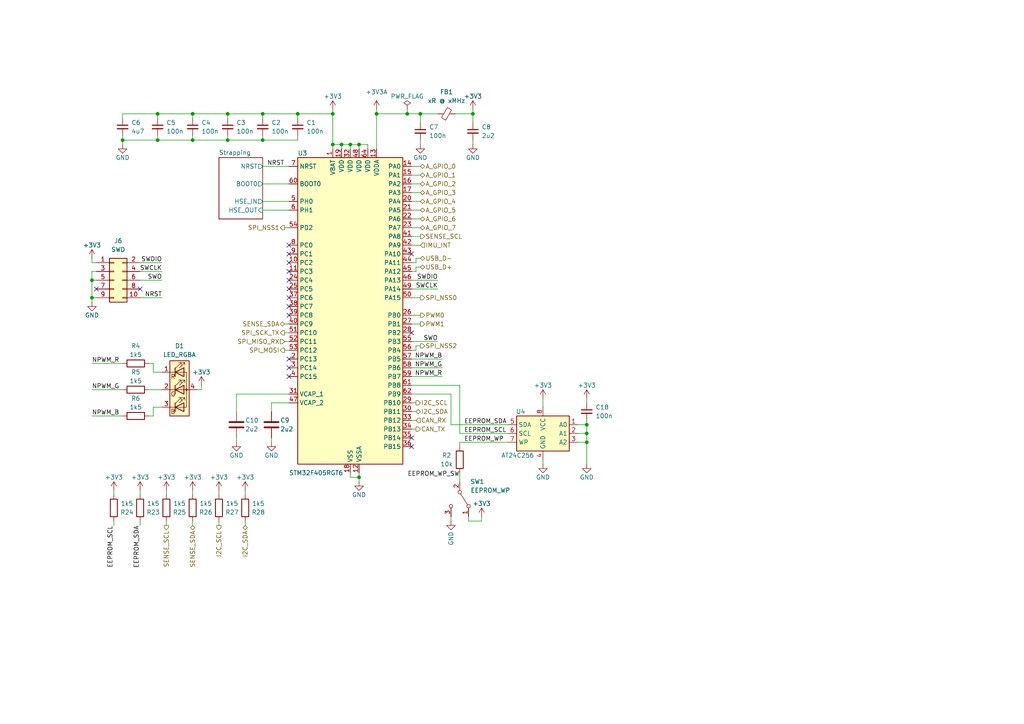
<source format=kicad_sch>
(kicad_sch (version 20230121) (generator eeschema)
  (paper "A4")
  (title_block (title "STM32-DevBoard") (date "2023-08-20") (rev "R0") (company "s-grundner"))
  (lib_symbols
    (symbol "Connector_Generic:Conn_02x05_Odd_Even" (pin_names (offset 1.016) hide)
      (property "Reference" "J" (at 1.27 7.62 0))
      (property "Value" "Conn_02x05_Odd_Even" (at 1.27 -7.62 0))
      (symbol "Conn_02x05_Odd_Even_1_1"
        (rectangle (start -1.27 -4.953) (end 0 -5.207) (stroke (width 0.1524)))
        (rectangle (start -1.27 -2.413) (end 0 -2.667) (stroke (width 0.1524)))
        (rectangle (start -1.27 0.127) (end 0 -0.127) (stroke (width 0.1524)))
        (rectangle (start -1.27 2.667) (end 0 2.413) (stroke (width 0.1524)))
        (rectangle (start -1.27 5.207) (end 0 4.953) (stroke (width 0.1524)))
        (rectangle (start -1.27 6.35) (end 3.81 -6.35) (stroke (width 0.254)) (fill (type background)))
        (rectangle (start 3.81 -4.953) (end 2.54 -5.207) (stroke (width 0.1524)))
        (rectangle (start 3.81 -2.413) (end 2.54 -2.667) (stroke (width 0.1524)))
        (rectangle (start 3.81 0.127) (end 2.54 -0.127) (stroke (width 0.1524)))
        (rectangle (start 3.81 2.667) (end 2.54 2.413) (stroke (width 0.1524)))
        (rectangle (start 3.81 5.207) (end 2.54 4.953) (stroke (width 0.1524)))
        (pin passive line (at -5.08 5.08 0) (length 3.81) (name "Pin_1") (number "1"))
        (pin passive line (at 7.62 -5.08 180) (length 3.81) (name "Pin_10") (number "10"))
        (pin passive line (at 7.62 5.08 180) (length 3.81) (name "Pin_2") (number "2"))
        (pin passive line (at -5.08 2.54 0) (length 3.81) (name "Pin_3") (number "3"))
        (pin passive line (at 7.62 2.54 180) (length 3.81) (name "Pin_4") (number "4"))
        (pin passive line (at -5.08 0 0) (length 3.81) (name "Pin_5") (number "5"))
        (pin passive line (at 7.62 0 180) (length 3.81) (name "Pin_6") (number "6"))
        (pin passive line (at -5.08 -2.54 0) (length 3.81) (name "Pin_7") (number "7"))
        (pin passive line (at 7.62 -2.54 180) (length 3.81) (name "Pin_8") (number "8"))
        (pin passive line (at -5.08 -5.08 0) (length 3.81) (name "Pin_9") (number "9"))
      )
    )
    (symbol "Device:C" (pin_numbers hide) (pin_names (offset 0.254))
      (property "Reference" "C" (at 0.635 2.54 0))
      (property "Value" "C" (at 0.635 -2.54 0))
      (symbol "C_0_1"
        (polyline (pts (xy -2.032 -0.762) (xy 2.032 -0.762)) (stroke (width 0.508)))
        (polyline (pts (xy -2.032 0.762) (xy 2.032 0.762)) (stroke (width 0.508)))
      )
      (symbol "C_1_1"
        (pin passive line (at 0 3.81 270) (length 2.794) (name "~") (number "1"))
        (pin passive line (at 0 -3.81 90) (length 2.794) (name "~") (number "2"))
      )
    )
    (symbol "Device:C_Small" (pin_numbers hide) (pin_names (offset 0.254) hide)
      (property "Reference" "C" (at 0.254 1.778 0))
      (property "Value" "C_Small" (at 0.254 -2.032 0))
      (symbol "C_Small_0_1"
        (polyline (pts (xy -1.524 -0.508) (xy 1.524 -0.508)) (stroke (width 0.3302)))
        (polyline (pts (xy -1.524 0.508) (xy 1.524 0.508)) (stroke (width 0.3048)))
      )
      (symbol "C_Small_1_1"
        (pin passive line (at 0 2.54 270) (length 2.032) (name "~") (number "1"))
        (pin passive line (at 0 -2.54 90) (length 2.032) (name "~") (number "2"))
      )
    )
    (symbol "Device:FerriteBead_Small" (pin_numbers hide) (pin_names (offset 0))
      (property "Reference" "FB" (at 1.905 1.27 0))
      (property "Value" "FerriteBead_Small" (at 1.905 -1.27 0))
      (symbol "FerriteBead_Small_0_1"
        (polyline (pts (xy 0 -1.27) (xy 0 -0.7874)))
        (polyline (pts (xy 0 0.889) (xy 0 1.2954)))
        (polyline (pts (xy -1.8288 0.2794) (xy -1.1176 1.4986) (xy 1.8288 -0.2032) (xy 1.1176 -1.4224) (xy -1.8288 0.2794)))
      )
      (symbol "FerriteBead_Small_1_1"
        (pin passive line (at 0 2.54 270) (length 1.27) (name "~") (number "1"))
        (pin passive line (at 0 -2.54 90) (length 1.27) (name "~") (number "2"))
      )
    )
    (symbol "Device:LED_RGBA" (pin_names (offset 0) hide)
      (property "Reference" "D" (at 0 9.398 0))
      (property "Value" "LED_RGBA" (at 0 -8.89 0))
      (symbol "LED_RGBA_0_0"
        (text "B" (at -1.905 -6.35 0) (effects (font (size 1.27 1.27))))
        (text "G" (at -1.905 -1.27 0) (effects (font (size 1.27 1.27))))
        (text "R" (at -1.905 3.81 0) (effects (font (size 1.27 1.27))))
      )
      (symbol "LED_RGBA_0_1"
        (polyline (pts (xy -1.27 -5.08) (xy -2.54 -5.08)))
        (polyline (pts (xy -1.27 -5.08) (xy 1.27 -5.08)))
        (polyline (pts (xy -1.27 -3.81) (xy -1.27 -6.35)) (stroke (width 0.254)))
        (polyline (pts (xy -1.27 0) (xy -2.54 0)))
        (polyline (pts (xy -1.27 1.27) (xy -1.27 -1.27)) (stroke (width 0.254)))
        (polyline (pts (xy -1.27 5.08) (xy -2.54 5.08)))
        (polyline (pts (xy -1.27 5.08) (xy 1.27 5.08)))
        (polyline (pts (xy -1.27 6.35) (xy -1.27 3.81)) (stroke (width 0.254)))
        (polyline (pts (xy 1.27 0) (xy -1.27 0)))
        (polyline (pts (xy 1.27 0) (xy 2.54 0)))
        (polyline (pts (xy -1.27 1.27) (xy -1.27 -1.27) (xy -1.27 -1.27)))
        (polyline (pts (xy -1.27 6.35) (xy -1.27 3.81) (xy -1.27 3.81)))
        (polyline (pts (xy 1.27 -5.08) (xy 2.032 -5.08) (xy 2.032 5.08) (xy 1.27 5.08)))
        (polyline (pts (xy 1.27 -3.81) (xy 1.27 -6.35) (xy -1.27 -5.08) (xy 1.27 -3.81)) (stroke (width 0.254)))
        (polyline (pts (xy 1.27 1.27) (xy 1.27 -1.27) (xy -1.27 0) (xy 1.27 1.27)) (stroke (width 0.254)))
        (polyline (pts (xy 1.27 6.35) (xy 1.27 3.81) (xy -1.27 5.08) (xy 1.27 6.35)) (stroke (width 0.254)))
        (polyline (pts (xy -1.016 -3.81) (xy 0.508 -2.286) (xy -0.254 -2.286) (xy 0.508 -2.286) (xy 0.508 -3.048)))
        (polyline (pts (xy -1.016 1.27) (xy 0.508 2.794) (xy -0.254 2.794) (xy 0.508 2.794) (xy 0.508 2.032)))
        (polyline (pts (xy -1.016 6.35) (xy 0.508 7.874) (xy -0.254 7.874) (xy 0.508 7.874) (xy 0.508 7.112)))
        (polyline (pts (xy 0 -3.81) (xy 1.524 -2.286) (xy 0.762 -2.286) (xy 1.524 -2.286) (xy 1.524 -3.048)))
        (polyline (pts (xy 0 1.27) (xy 1.524 2.794) (xy 0.762 2.794) (xy 1.524 2.794) (xy 1.524 2.032)))
        (polyline (pts (xy 0 6.35) (xy 1.524 7.874) (xy 0.762 7.874) (xy 1.524 7.874) (xy 1.524 7.112)))
        (rectangle (start 1.27 -1.27) (end 1.27 1.27))
        (rectangle (start 1.27 1.27) (end 1.27 1.27))
        (rectangle (start 1.27 3.81) (end 1.27 6.35))
        (rectangle (start 1.27 6.35) (end 1.27 6.35))
        (circle (center 2.032 0) (radius 0.254) (fill (type outline)))
        (rectangle (start 2.794 8.382) (end -2.794 -7.62) (stroke (width 0.254)) (fill (type background)))
      )
      (symbol "LED_RGBA_1_1"
        (pin passive line (at -5.08 5.08 0) (length 2.54) (name "RK") (number "1"))
        (pin passive line (at -5.08 0 0) (length 2.54) (name "GK") (number "2"))
        (pin passive line (at -5.08 -5.08 0) (length 2.54) (name "BK") (number "3"))
        (pin passive line (at 5.08 0 180) (length 2.54) (name "A") (number "4"))
      )
    )
    (symbol "Device:R" (pin_numbers hide) (pin_names (offset 0))
      (property "Reference" "R" (at 2.032 0 90))
      (property "Value" "R" (at 0 0 90))
      (symbol "R_0_1"
        (rectangle (start -1.016 -2.54) (end 1.016 2.54) (stroke (width 0.254)))
      )
      (symbol "R_1_1"
        (pin passive line (at 0 3.81 270) (length 1.27) (name "~") (number "1"))
        (pin passive line (at 0 -3.81 90) (length 1.27) (name "~") (number "2"))
      )
    )
    (symbol "MCU_ST_STM32F4:STM32F405RGTx"
      (property "Reference" "U" (at -15.24 46.99 0))
      (property "Value" "STM32F405RGTx" (at 10.16 46.99 0))
      (symbol "STM32F405RGTx_0_1"
        (rectangle (start -15.24 -43.18) (end 15.24 45.72) (stroke (width 0.254)) (fill (type background)))
      )
      (symbol "STM32F405RGTx_1_1"
        (pin power_in line (at -5.08 48.26 270) (length 2.54) (name "VBAT") (number "1"))
        (pin bidirectional line (at -17.78 15.24 0) (length 2.54) (name "PC2") (number "10"))
        (pin bidirectional line (at -17.78 12.7 0) (length 2.54) (name "PC3") (number "11"))
        (pin power_in line (at 2.54 -45.72 90) (length 2.54) (name "VSSA") (number "12"))
        (pin power_in line (at 7.62 48.26 270) (length 2.54) (name "VDDA") (number "13"))
        (pin bidirectional line (at 17.78 43.18 180) (length 2.54) (name "PA0") (number "14"))
        (pin bidirectional line (at 17.78 40.64 180) (length 2.54) (name "PA1") (number "15"))
        (pin bidirectional line (at 17.78 38.1 180) (length 2.54) (name "PA2") (number "16"))
        (pin bidirectional line (at 17.78 35.56 180) (length 2.54) (name "PA3") (number "17"))
        (pin power_in line (at 0 -45.72 90) (length 2.54) (name "VSS") (number "18"))
        (pin power_in line (at -2.54 48.26 270) (length 2.54) (name "VDD") (number "19"))
        (pin bidirectional line (at -17.78 -12.7 0) (length 2.54) (name "PC13") (number "2"))
        (pin bidirectional line (at 17.78 33.02 180) (length 2.54) (name "PA4") (number "20"))
        (pin bidirectional line (at 17.78 30.48 180) (length 2.54) (name "PA5") (number "21"))
        (pin bidirectional line (at 17.78 27.94 180) (length 2.54) (name "PA6") (number "22"))
        (pin bidirectional line (at 17.78 25.4 180) (length 2.54) (name "PA7") (number "23"))
        (pin bidirectional line (at -17.78 10.16 0) (length 2.54) (name "PC4") (number "24"))
        (pin bidirectional line (at -17.78 7.62 0) (length 2.54) (name "PC5") (number "25"))
        (pin bidirectional line (at 17.78 0 180) (length 2.54) (name "PB0") (number "26"))
        (pin bidirectional line (at 17.78 -2.54 180) (length 2.54) (name "PB1") (number "27"))
        (pin bidirectional line (at 17.78 -5.08 180) (length 2.54) (name "PB2") (number "28"))
        (pin bidirectional line (at 17.78 -25.4 180) (length 2.54) (name "PB10") (number "29"))
        (pin bidirectional line (at -17.78 -15.24 0) (length 2.54) (name "PC14") (number "3"))
        (pin bidirectional line (at 17.78 -27.94 180) (length 2.54) (name "PB11") (number "30"))
        (pin power_out line (at -17.78 -22.86 0) (length 2.54) (name "VCAP_1") (number "31"))
        (pin power_in line (at 0 48.26 270) (length 2.54) (name "VDD") (number "32"))
        (pin bidirectional line (at 17.78 -30.48 180) (length 2.54) (name "PB12") (number "33"))
        (pin bidirectional line (at 17.78 -33.02 180) (length 2.54) (name "PB13") (number "34"))
        (pin bidirectional line (at 17.78 -35.56 180) (length 2.54) (name "PB14") (number "35"))
        (pin bidirectional line (at 17.78 -38.1 180) (length 2.54) (name "PB15") (number "36"))
        (pin bidirectional line (at -17.78 5.08 0) (length 2.54) (name "PC6") (number "37"))
        (pin bidirectional line (at -17.78 2.54 0) (length 2.54) (name "PC7") (number "38"))
        (pin bidirectional line (at -17.78 0 0) (length 2.54) (name "PC8") (number "39"))
        (pin bidirectional line (at -17.78 -17.78 0) (length 2.54) (name "PC15") (number "4"))
        (pin bidirectional line (at -17.78 -2.54 0) (length 2.54) (name "PC9") (number "40"))
        (pin bidirectional line (at 17.78 22.86 180) (length 2.54) (name "PA8") (number "41"))
        (pin bidirectional line (at 17.78 20.32 180) (length 2.54) (name "PA9") (number "42"))
        (pin bidirectional line (at 17.78 17.78 180) (length 2.54) (name "PA10") (number "43"))
        (pin bidirectional line (at 17.78 15.24 180) (length 2.54) (name "PA11") (number "44"))
        (pin bidirectional line (at 17.78 12.7 180) (length 2.54) (name "PA12") (number "45"))
        (pin bidirectional line (at 17.78 10.16 180) (length 2.54) (name "PA13") (number "46"))
        (pin power_out line (at -17.78 -25.4 0) (length 2.54) (name "VCAP_2") (number "47"))
        (pin power_in line (at 2.54 48.26 270) (length 2.54) (name "VDD") (number "48"))
        (pin bidirectional line (at 17.78 7.62 180) (length 2.54) (name "PA14") (number "49"))
        (pin bidirectional line (at -17.78 33.02 0) (length 2.54) (name "PH0") (number "5"))
        (pin bidirectional line (at 17.78 5.08 180) (length 2.54) (name "PA15") (number "50"))
        (pin bidirectional line (at -17.78 -5.08 0) (length 2.54) (name "PC10") (number "51"))
        (pin bidirectional line (at -17.78 -7.62 0) (length 2.54) (name "PC11") (number "52"))
        (pin bidirectional line (at -17.78 -10.16 0) (length 2.54) (name "PC12") (number "53"))
        (pin bidirectional line (at -17.78 25.4 0) (length 2.54) (name "PD2") (number "54"))
        (pin bidirectional line (at 17.78 -7.62 180) (length 2.54) (name "PB3") (number "55"))
        (pin bidirectional line (at 17.78 -10.16 180) (length 2.54) (name "PB4") (number "56"))
        (pin bidirectional line (at 17.78 -12.7 180) (length 2.54) (name "PB5") (number "57"))
        (pin bidirectional line (at 17.78 -15.24 180) (length 2.54) (name "PB6") (number "58"))
        (pin bidirectional line (at 17.78 -17.78 180) (length 2.54) (name "PB7") (number "59"))
        (pin bidirectional line (at -17.78 30.48 0) (length 2.54) (name "PH1") (number "6"))
        (pin input line (at -17.78 38.1 0) (length 2.54) (name "BOOT0") (number "60"))
        (pin bidirectional line (at 17.78 -20.32 180) (length 2.54) (name "PB8") (number "61"))
        (pin bidirectional line (at 17.78 -22.86 180) (length 2.54) (name "PB9") (number "62"))
        (pin passive line (at 0 -45.72 90) (length 2.54) hide (name "VSS") (number "63"))
        (pin power_in line (at 5.08 48.26 270) (length 2.54) (name "VDD") (number "64"))
        (pin input line (at -17.78 43.18 0) (length 2.54) (name "NRST") (number "7"))
        (pin bidirectional line (at -17.78 20.32 0) (length 2.54) (name "PC0") (number "8"))
        (pin bidirectional line (at -17.78 17.78 0) (length 2.54) (name "PC1") (number "9"))
      )
    )
    (symbol "Memory_EEPROM:CAT24C256"
      (property "Reference" "U" (at -6.35 6.35 0))
      (property "Value" "CAT24C256" (at 1.27 6.35 0))
      (symbol "CAT24C256_1_1"
        (rectangle (start -7.62 5.08) (end 7.62 -5.08) (stroke (width 0.254)) (fill (type background)))
        (pin input line (at -10.16 2.54 0) (length 2.54) (name "A0") (number "1"))
        (pin input line (at -10.16 0 0) (length 2.54) (name "A1") (number "2"))
        (pin input line (at -10.16 -2.54 0) (length 2.54) (name "A2") (number "3"))
        (pin power_in line (at 0 -7.62 90) (length 2.54) (name "GND") (number "4"))
        (pin bidirectional line (at 10.16 2.54 180) (length 2.54) (name "SDA") (number "5"))
        (pin input line (at 10.16 0 180) (length 2.54) (name "SCL") (number "6"))
        (pin input line (at 10.16 -2.54 180) (length 2.54) (name "WP") (number "7"))
        (pin power_in line (at 0 7.62 270) (length 2.54) (name "VCC") (number "8"))
      )
    )
    (symbol "Switch:SW_SPDT" (pin_names (offset 0) hide)
      (property "Reference" "SW" (at 0 4.318 0))
      (property "Value" "SW_SPDT" (at 0 -5.08 0))
      (symbol "SW_SPDT_0_0"
        (circle (center -2.032 0) (radius 0.508))
        (circle (center 2.032 -2.54) (radius 0.508))
      )
      (symbol "SW_SPDT_0_1"
        (polyline (pts (xy -1.524 0.254) (xy 1.651 2.286)))
        (circle (center 2.032 2.54) (radius 0.508))
      )
      (symbol "SW_SPDT_1_1"
        (pin passive line (at 5.08 2.54 180) (length 2.54) (name "A") (number "1"))
        (pin passive line (at -5.08 0 0) (length 2.54) (name "B") (number "2"))
        (pin passive line (at 5.08 -2.54 180) (length 2.54) (name "C") (number "3"))
      )
    )
    (symbol "power:+3V3" (power) (pin_names (offset 0))
      (property "Value" "+3V3" (at 0 3.556 0))
      (symbol "+3V3_0_1"
        (polyline (pts (xy -0.762 1.27) (xy 0 2.54)))
        (polyline (pts (xy 0 0) (xy 0 2.54)))
        (polyline (pts (xy 0 2.54) (xy 0.762 1.27)))
      )
      (symbol "+3V3_1_1"
        (pin power_in line (at 0 0 90) (length 0) hide (name "+3V3") (number "1"))
      )
    )
    (symbol "power:+3V3A" (power) (pin_names (offset 0))
      (property "Value" "+3V3A" (at 0 3.556 0))
      (symbol "+3V3A_0_1"
        (polyline (pts (xy -0.762 1.27) (xy 0 2.54)))
        (polyline (pts (xy 0 0) (xy 0 2.54)))
        (polyline (pts (xy 0 2.54) (xy 0.762 1.27)))
      )
      (symbol "+3V3A_1_1"
        (pin power_in line (at 0 0 90) (length 0) hide (name "+3V3A") (number "1"))
      )
    )
    (symbol "power:GND" (power) (pin_names (offset 0))
      (property "Value" "GND" (at 0 -3.81 0))
      (symbol "GND_0_1"
        (polyline (pts (xy 0 0) (xy 0 -1.27) (xy 1.27 -1.27) (xy 0 -2.54) (xy -1.27 -1.27) (xy 0 -1.27)))
      )
      (symbol "GND_1_1"
        (pin power_in line (at 0 0 270) (length 0) hide (name "GND") (number "1"))
      )
    )
    (symbol "power:PWR_FLAG" (power) (pin_numbers hide) (pin_names (offset 0) hide)
      (property "Value" "PWR_FLAG" (at 0 3.81 0))
      (symbol "PWR_FLAG_0_0"
        (pin power_out line (at 0 0 90) (length 0) (name "pwr") (number "1"))
      )
      (symbol "PWR_FLAG_0_1"
        (polyline (pts (xy 0 0) (xy 0 1.27) (xy -1.016 1.905) (xy 0 2.54) (xy 1.016 1.905) (xy 0 1.27)))
      )
    )
  )
  (junction (at 104.14 138.43))
  (junction (at 26.67 81.28))
  (junction (at 35.56 40.64))
  (junction (at 45.72 33.02))
  (junction (at 96.52 33.02))
  (junction (at 66.04 40.64))
  (junction (at 121.92 33.02))
  (junction (at 76.2 40.64))
  (junction (at 137.16 33.02))
  (junction (at 55.88 33.02))
  (junction (at 96.52 41.91))
  (junction (at 66.04 33.02))
  (junction (at 170.18 128.27))
  (junction (at 55.88 40.64))
  (junction (at 76.2 33.02))
  (junction (at 109.22 33.02))
  (junction (at 170.18 125.73))
  (junction (at 101.6 41.91))
  (junction (at 86.36 33.02))
  (junction (at 118.11 33.02))
  (junction (at 170.18 123.19))
  (junction (at 104.14 41.91))
  (junction (at 26.67 86.36))
  (junction (at 99.06 41.91))
  (junction (at 45.72 40.64))
  (no_connect (at 40.64 83.82))
  (no_connect (at 83.82 78.74))
  (no_connect (at 119.38 73.66))
  (no_connect (at 119.38 96.52))
  (no_connect (at 83.82 81.28))
  (no_connect (at 27.94 83.82))
  (no_connect (at 83.82 76.2))
  (no_connect (at 119.38 127))
  (no_connect (at 119.38 129.54))
  (no_connect (at 83.82 86.36))
  (no_connect (at 83.82 88.9))
  (no_connect (at 83.82 106.68))
  (no_connect (at 83.82 71.12))
  (no_connect (at 83.82 104.14))
  (no_connect (at 83.82 109.22))
  (no_connect (at 83.82 91.44))
  (no_connect (at 83.82 73.66))
  (no_connect (at 83.82 83.82))
  (wire (pts (xy 133.35 125.73) (xy 133.35 111.76)))
  (wire (pts (xy 71.12 152.4) (xy 71.12 151.13)))
  (wire (pts (xy 35.56 40.64) (xy 45.72 40.64)))
  (wire (pts (xy 46.99 81.28) (xy 40.64 81.28)))
  (wire (pts (xy 118.11 31.75) (xy 118.11 33.02)))
  (wire (pts (xy 119.38 106.68) (xy 128.27 106.68)))
  (wire (pts (xy 101.6 41.91) (xy 101.6 43.18)))
  (wire (pts (xy 170.18 125.73) (xy 167.64 125.73)))
  (wire (pts (xy 120.65 76.2) (xy 119.38 76.2)))
  (wire (pts (xy 26.67 76.2) (xy 26.67 74.93)))
  (wire (pts (xy 121.92 55.88) (xy 119.38 55.88)))
  (wire (pts (xy 55.88 40.64) (xy 66.04 40.64)))
  (wire (pts (xy 76.2 40.64) (xy 86.36 40.64)))
  (wire (pts (xy 66.04 33.02) (xy 66.04 34.29)))
  (wire (pts (xy 167.64 128.27) (xy 170.18 128.27)))
  (wire (pts (xy 83.82 116.84) (xy 78.74 116.84)))
  (wire (pts (xy 170.18 128.27) (xy 170.18 134.62)))
  (wire (pts (xy 109.22 31.75) (xy 109.22 33.02)))
  (wire (pts (xy 121.92 86.36) (xy 119.38 86.36)))
  (wire (pts (xy 45.72 39.37) (xy 45.72 40.64)))
  (wire (pts (xy 130.81 114.3) (xy 119.38 114.3)))
  (wire (pts (xy 121.92 41.91) (xy 121.92 40.64)))
  (wire (pts (xy 63.5 142.24) (xy 63.5 143.51)))
  (wire (pts (xy 44.45 120.65) (xy 43.18 120.65)))
  (wire (pts (xy 96.52 31.75) (xy 96.52 33.02)))
  (wire (pts (xy 71.12 142.24) (xy 71.12 143.51)))
  (wire (pts (xy 26.67 87.63) (xy 26.67 86.36)))
  (wire (pts (xy 104.14 138.43) (xy 104.14 137.16)))
  (wire (pts (xy 101.6 41.91) (xy 99.06 41.91)))
  (wire (pts (xy 120.65 124.46) (xy 119.38 124.46)))
  (wire (pts (xy 35.56 33.02) (xy 35.56 34.29)))
  (wire (pts (xy 63.5 152.4) (xy 63.5 151.13)))
  (wire (pts (xy 76.2 58.42) (xy 83.82 58.42)))
  (wire (pts (xy 27.94 76.2) (xy 26.67 76.2)))
  (wire (pts (xy 82.55 99.06) (xy 83.82 99.06)))
  (wire (pts (xy 76.2 53.34) (xy 83.82 53.34)))
  (wire (pts (xy 121.92 33.02) (xy 121.92 35.56)))
  (wire (pts (xy 44.45 118.11) (xy 46.99 118.11)))
  (wire (pts (xy 120.65 78.74) (xy 119.38 78.74)))
  (wire (pts (xy 44.45 105.41) (xy 43.18 105.41)))
  (wire (pts (xy 120.65 74.93) (xy 120.65 76.2)))
  (wire (pts (xy 26.67 120.65) (xy 35.56 120.65)))
  (wire (pts (xy 120.65 100.33) (xy 120.65 101.6)))
  (wire (pts (xy 82.55 66.04) (xy 83.82 66.04)))
  (wire (pts (xy 83.82 114.3) (xy 68.58 114.3)))
  (wire (pts (xy 26.67 86.36) (xy 27.94 86.36)))
  (wire (pts (xy 137.16 31.75) (xy 137.16 33.02)))
  (wire (pts (xy 66.04 39.37) (xy 66.04 40.64)))
  (wire (pts (xy 26.67 113.03) (xy 35.56 113.03)))
  (wire (pts (xy 78.74 128.27) (xy 78.74 127)))
  (wire (pts (xy 68.58 114.3) (xy 68.58 119.38)))
  (wire (pts (xy 44.45 107.95) (xy 46.99 107.95)))
  (wire (pts (xy 55.88 39.37) (xy 55.88 40.64)))
  (wire (pts (xy 109.22 43.18) (xy 109.22 33.02)))
  (wire (pts (xy 76.2 39.37) (xy 76.2 40.64)))
  (wire (pts (xy 45.72 40.64) (xy 55.88 40.64)))
  (wire (pts (xy 46.99 76.2) (xy 40.64 76.2)))
  (wire (pts (xy 121.92 50.8) (xy 119.38 50.8)))
  (wire (pts (xy 45.72 33.02) (xy 35.56 33.02)))
  (wire (pts (xy 132.08 33.02) (xy 137.16 33.02)))
  (wire (pts (xy 99.06 41.91) (xy 96.52 41.91)))
  (wire (pts (xy 82.55 93.98) (xy 83.82 93.98)))
  (wire (pts (xy 104.14 139.7) (xy 104.14 138.43)))
  (wire (pts (xy 44.45 105.41) (xy 44.45 107.95)))
  (wire (pts (xy 35.56 39.37) (xy 35.56 40.64)))
  (wire (pts (xy 33.02 142.24) (xy 33.02 143.51)))
  (wire (pts (xy 40.64 152.4) (xy 40.64 151.13)))
  (wire (pts (xy 35.56 40.64) (xy 35.56 41.91)))
  (wire (pts (xy 120.65 116.84) (xy 119.38 116.84)))
  (wire (pts (xy 120.65 100.33) (xy 121.92 100.33)))
  (wire (pts (xy 96.52 41.91) (xy 96.52 43.18)))
  (wire (pts (xy 55.88 152.4) (xy 55.88 151.13)))
  (wire (pts (xy 170.18 123.19) (xy 167.64 123.19)))
  (wire (pts (xy 26.67 105.41) (xy 35.56 105.41)))
  (wire (pts (xy 121.92 63.5) (xy 119.38 63.5)))
  (wire (pts (xy 86.36 33.02) (xy 86.36 34.29)))
  (wire (pts (xy 170.18 125.73) (xy 170.18 123.19)))
  (wire (pts (xy 137.16 33.02) (xy 137.16 35.56)))
  (wire (pts (xy 133.35 137.16) (xy 133.35 139.7)))
  (wire (pts (xy 86.36 33.02) (xy 76.2 33.02)))
  (wire (pts (xy 157.48 134.62) (xy 157.48 133.35)))
  (wire (pts (xy 55.88 33.02) (xy 55.88 34.29)))
  (wire (pts (xy 48.26 142.24) (xy 48.26 143.51)))
  (wire (pts (xy 121.92 58.42) (xy 119.38 58.42)))
  (wire (pts (xy 76.2 60.96) (xy 83.82 60.96)))
  (wire (pts (xy 27.94 78.74) (xy 26.67 78.74)))
  (wire (pts (xy 48.26 152.4) (xy 48.26 151.13)))
  (wire (pts (xy 26.67 78.74) (xy 26.67 81.28)))
  (wire (pts (xy 121.92 93.98) (xy 119.38 93.98)))
  (wire (pts (xy 130.81 151.13) (xy 130.81 149.86)))
  (wire (pts (xy 133.35 111.76) (xy 119.38 111.76)))
  (wire (pts (xy 78.74 116.84) (xy 78.74 119.38)))
  (wire (pts (xy 104.14 41.91) (xy 101.6 41.91)))
  (wire (pts (xy 130.81 123.19) (xy 147.32 123.19)))
  (wire (pts (xy 76.2 48.26) (xy 83.82 48.26)))
  (wire (pts (xy 121.92 66.04) (xy 119.38 66.04)))
  (wire (pts (xy 46.99 78.74) (xy 40.64 78.74)))
  (wire (pts (xy 26.67 81.28) (xy 27.94 81.28)))
  (wire (pts (xy 121.92 77.47) (xy 120.65 77.47)))
  (wire (pts (xy 119.38 104.14) (xy 128.27 104.14)))
  (wire (pts (xy 170.18 115.57) (xy 170.18 116.84)))
  (wire (pts (xy 128.27 109.22) (xy 119.38 109.22)))
  (wire (pts (xy 157.48 115.57) (xy 157.48 118.11)))
  (wire (pts (xy 55.88 142.24) (xy 55.88 143.51)))
  (wire (pts (xy 99.06 41.91) (xy 99.06 43.18)))
  (wire (pts (xy 127 99.06) (xy 119.38 99.06)))
  (wire (pts (xy 121.92 91.44) (xy 119.38 91.44)))
  (wire (pts (xy 86.36 40.64) (xy 86.36 39.37)))
  (wire (pts (xy 82.55 101.6) (xy 83.82 101.6)))
  (wire (pts (xy 170.18 121.92) (xy 170.18 123.19)))
  (wire (pts (xy 66.04 40.64) (xy 76.2 40.64)))
  (wire (pts (xy 127 83.82) (xy 119.38 83.82)))
  (wire (pts (xy 68.58 128.27) (xy 68.58 127)))
  (wire (pts (xy 127 81.28) (xy 119.38 81.28)))
  (wire (pts (xy 58.42 113.03) (xy 58.42 111.76)))
  (wire (pts (xy 106.68 41.91) (xy 104.14 41.91)))
  (wire (pts (xy 55.88 33.02) (xy 45.72 33.02)))
  (wire (pts (xy 137.16 41.91) (xy 137.16 40.64)))
  (wire (pts (xy 120.65 121.92) (xy 119.38 121.92)))
  (wire (pts (xy 121.92 48.26) (xy 119.38 48.26)))
  (wire (pts (xy 130.81 123.19) (xy 130.81 114.3)))
  (wire (pts (xy 33.02 152.4) (xy 33.02 151.13)))
  (wire (pts (xy 66.04 33.02) (xy 55.88 33.02)))
  (wire (pts (xy 106.68 43.18) (xy 106.68 41.91)))
  (wire (pts (xy 121.92 68.58) (xy 119.38 68.58)))
  (wire (pts (xy 57.15 113.03) (xy 58.42 113.03)))
  (wire (pts (xy 121.92 53.34) (xy 119.38 53.34)))
  (wire (pts (xy 118.11 33.02) (xy 121.92 33.02)))
  (wire (pts (xy 76.2 33.02) (xy 66.04 33.02)))
  (wire (pts (xy 101.6 137.16) (xy 101.6 138.43)))
  (wire (pts (xy 135.89 149.86) (xy 135.89 151.13)))
  (wire (pts (xy 133.35 128.27) (xy 147.32 128.27)))
  (wire (pts (xy 46.99 113.03) (xy 43.18 113.03)))
  (wire (pts (xy 121.92 33.02) (xy 127 33.02)))
  (wire (pts (xy 135.89 151.13) (xy 139.7 151.13)))
  (wire (pts (xy 82.55 96.52) (xy 83.82 96.52)))
  (wire (pts (xy 133.35 125.73) (xy 147.32 125.73)))
  (wire (pts (xy 139.7 151.13) (xy 139.7 149.86)))
  (wire (pts (xy 96.52 33.02) (xy 86.36 33.02)))
  (wire (pts (xy 26.67 81.28) (xy 26.67 86.36)))
  (wire (pts (xy 121.92 60.96) (xy 119.38 60.96)))
  (wire (pts (xy 121.92 74.93) (xy 120.65 74.93)))
  (wire (pts (xy 120.65 77.47) (xy 120.65 78.74)))
  (wire (pts (xy 120.65 101.6) (xy 119.38 101.6)))
  (wire (pts (xy 109.22 33.02) (xy 118.11 33.02)))
  (wire (pts (xy 104.14 41.91) (xy 104.14 43.18)))
  (wire (pts (xy 101.6 138.43) (xy 104.14 138.43)))
  (wire (pts (xy 120.65 119.38) (xy 119.38 119.38)))
  (wire (pts (xy 45.72 33.02) (xy 45.72 34.29)))
  (wire (pts (xy 96.52 33.02) (xy 96.52 41.91)))
  (wire (pts (xy 121.92 71.12) (xy 119.38 71.12)))
  (wire (pts (xy 76.2 33.02) (xy 76.2 34.29)))
  (wire (pts (xy 44.45 120.65) (xy 44.45 118.11)))
  (wire (pts (xy 133.35 128.27) (xy 133.35 129.54)))
  (wire (pts (xy 40.64 142.24) (xy 40.64 143.51)))
  (wire (pts (xy 170.18 128.27) (xy 170.18 125.73)))
  (wire (pts (xy 46.99 86.36) (xy 40.64 86.36)))
  (label "NPWM_G" (at 128.27 106.68 180))
  (label "NPWM_B" (at 26.67 120.65 0))
  (label "SWDIO" (at 46.99 76.2 180))
  (label "NRST" (at 46.99 86.36 180))
  (label "NPWM_R" (at 26.67 105.41 0))
  (label "SWO" (at 46.99 81.28 180))
  (label "EEPROM_SDA" (at 134.62 123.19 0))
  (label "SWO" (at 127 99.06 180))
  (label "EEPROM_SCL" (at 134.62 125.73 0))
  (label "NPWM_R" (at 128.27 109.22 180))
  (label "NPWM_B" (at 128.27 104.14 180))
  (label "EEPROM_WP" (at 134.62 128.27 0))
  (label "EEPROM_WP_SW" (at 133.35 138.43 180))
  (label "EEPROM_SDA" (at 40.64 152.4 270))
  (label "SWCLK" (at 127 83.82 180))
  (label "SWDIO" (at 127 81.28 180))
  (label "NRST" (at 77.47 48.26 0))
  (label "NPWM_G" (at 26.67 113.03 0))
  (label "EEPROM_SCL" (at 33.02 152.4 270))
  (label "SWCLK" (at 46.99 78.74 180))
  (hierarchical_label "CAN_RX" (shape input) (at 120.65 121.92 0))
  (hierarchical_label "SPI_NSS0" (shape output) (at 121.92 86.36 0))
  (hierarchical_label "A_GPIO_5" (shape bidirectional) (at 121.92 60.96 0))
  (hierarchical_label "A_GPIO_1" (shape bidirectional) (at 121.92 50.8 0))
  (hierarchical_label "SPI_NSS1" (shape output) (at 82.55 66.04 180))
  (hierarchical_label "USB_D+" (shape bidirectional) (at 121.92 77.47 0))
  (hierarchical_label "SENSE_SCL" (shape output) (at 48.26 152.4 270))
  (hierarchical_label "A_GPIO_2" (shape bidirectional) (at 121.92 53.34 0))
  (hierarchical_label "A_GPIO_0" (shape bidirectional) (at 121.92 48.26 0))
  (hierarchical_label "SENSE_SCL" (shape output) (at 121.92 68.58 0))
  (hierarchical_label "SPI_SCK_TX" (shape output) (at 82.55 96.52 180))
  (hierarchical_label "SENSE_SDA" (shape bidirectional) (at 82.55 93.98 180))
  (hierarchical_label "IMU_INT" (shape input) (at 121.92 71.12 0))
  (hierarchical_label "PWM1" (shape output) (at 121.92 93.98 0))
  (hierarchical_label "CAN_TX" (shape output) (at 120.65 124.46 0))
  (hierarchical_label "SENSE_SDA" (shape bidirectional) (at 55.88 152.4 270))
  (hierarchical_label "I2C_SCL" (shape output) (at 63.5 152.4 270))
  (hierarchical_label "USB_D-" (shape bidirectional) (at 121.92 74.93 0))
  (hierarchical_label "I2C_SDA" (shape bidirectional) (at 71.12 152.4 270))
  (hierarchical_label "I2C_SDA" (shape bidirectional) (at 120.65 119.38 0))
  (hierarchical_label "A_GPIO_6" (shape bidirectional) (at 121.92 63.5 0))
  (hierarchical_label "A_GPIO_4" (shape bidirectional) (at 121.92 58.42 0))
  (hierarchical_label "SPI_MOSI" (shape output) (at 82.55 101.6 180))
  (hierarchical_label "PWM0" (shape output) (at 121.92 91.44 0))
  (hierarchical_label "A_GPIO_7" (shape bidirectional) (at 121.92 66.04 0))
  (hierarchical_label "SPI_MISO_RX" (shape input) (at 82.55 99.06 180))
  (hierarchical_label "A_GPIO_3" (shape bidirectional) (at 121.92 55.88 0))
  (hierarchical_label "SPI_NSS2" (shape output) (at 121.92 100.33 0))
  (hierarchical_label "I2C_SCL" (shape output) (at 120.65 116.84 0))
  (symbol (lib_id "power:GND") (at 35.56 41.91 0) (unit 1)
    (property "Reference" "#PWR099" (effects hide))
    (property "Value" "GND" (at 35.56 45.72 0))
  )
  (symbol (lib_id "power:+3V3") (at 48.26 142.24 0) (unit 1)
    (property "Reference" "#PWR011" (effects hide))
    (property "Value" "+3V3" (at 48.26 138.43 0))
    (instances (project "STM32_DevBoard" (path "" (reference "#PWR011") (unit 1)) (path "" (reference "#PWR094") (unit 1))))
  )
  (symbol (lib_id "power:+3V3") (at 58.42 111.76 0) (unit 1)
    (property "Reference" "#PWR024" (effects hide))
    (property "Value" "+3V3" (at 58.42 107.95 0))
  )
  (symbol (lib_id "power:GND") (at 104.14 139.7 0) (unit 1)
    (property "Reference" "#PWR05" (effects hide))
    (property "Value" "GND" (at 104.14 143.51 0))
  )
  (symbol (lib_id "power:+3V3") (at 157.48 115.57 0) (mirror y) (unit 1)
    (property "Reference" "#PWR025" (effects hide))
    (property "Value" "+3V3" (at 157.48 111.76 0))
  )
  (symbol (lib_id "power:+3V3A") (at 109.22 31.75 0) (unit 1)
    (property "Reference" "#PWR04" (effects hide))
    (property "Value" "+3V3A" (at 109.22 26.67 0))
  )
  (symbol (lib_id "Device:C") (at 68.58 123.19 0) (unit 1)
    (property "Reference" "C10" (at 71.12 121.92 0) (effects (justify left)))
    (property "Value" "2u2" (at 71.12 124.46 0) (effects (justify left)))
    (property "Footprint" "Capacitor_SMD:C_0805_2012Metric_Pad1.18x1.45mm_HandSolder" (effects hide))
  )
  (symbol (lib_id "power:+3V3") (at 96.52 31.75 0) (unit 1)
    (property "Reference" "#PWR03" (effects hide))
    (property "Value" "+3V3" (at 96.52 27.94 0))
  )
  (symbol (lib_id "MCU_ST_STM32F4:STM32F405RGTx") (at 101.6 91.44 0) (unit 1)
    (property "Reference" "U3" (at 86.36 44.45 0) (effects (justify left)))
    (property "Value" "STM32F405RGT6" (at 83.82 137.16 0) (effects (justify left)))
    (property "Footprint" "Package_QFP:LQFP-64_10x10mm_P0.5mm" (effects hide))
    (property "Datasheet" "https://www.st.com/resource/en/datasheet/stm32f405rg.pdf" (effects hide))
  )
  (symbol (lib_id "Device:C_Small") (at 45.72 36.83 0) (unit 1)
    (property "Reference" "C5" (at 48.26 35.5663 0) (effects (justify left)))
    (property "Value" "100n" (at 48.26 38.1063 0) (effects (justify left)))
    (property "Footprint" "Capacitor_SMD:C_0805_2012Metric_Pad1.18x1.45mm_HandSolder" (effects hide))
  )
  (symbol (lib_id "power:GND") (at 130.81 151.13 0) (unit 1)
    (property "Reference" "#PWR012" (effects hide))
    (property "Value" "GND" (at 130.81 156.21 90))
    (instances (project "STM32_DevBoard" (path "" (reference "#PWR012") (unit 1)) (path "" (reference "#PWR029") (unit 1))))
  )
  (symbol (lib_id "Device:R") (at 55.88 147.32 0) (unit 1)
    (property "Reference" "R26" (at 59.69 148.59 0))
    (property "Value" "1k5" (at 59.69 146.05 0))
    (property "Footprint" "Resistor_SMD:R_0805_2012Metric_Pad1.20x1.40mm_HandSolder" (effects hide))
  )
  (symbol (lib_id "Device:C_Small") (at 137.16 38.1 0) (unit 1)
    (property "Reference" "C8" (at 139.7 36.8363 0) (effects (justify left)))
    (property "Value" "2u2" (at 139.7 39.3763 0) (effects (justify left)))
    (property "Footprint" "Capacitor_SMD:C_0805_2012Metric_Pad1.18x1.45mm_HandSolder" (effects hide))
  )
  (symbol (lib_id "Device:R") (at 40.64 147.32 0) (unit 1)
    (property "Reference" "R23" (at 44.45 148.59 0))
    (property "Value" "1k5" (at 44.45 146.05 0))
    (property "Footprint" "Resistor_SMD:R_0805_2012Metric_Pad1.20x1.40mm_HandSolder" (effects hide))
  )
  (symbol (lib_id "power:PWR_FLAG") (at 118.11 31.75 0) (unit 1)
    (property "Reference" "#FLG01" (effects hide))
    (property "Value" "PWR_FLAG" (at 118.11 27.94 0))
  )
  (symbol (lib_id "power:+3V3") (at 40.64 142.24 0) (unit 1)
    (property "Reference" "#PWR011" (effects hide))
    (property "Value" "+3V3" (at 40.64 138.43 0))
    (instances (project "STM32_DevBoard" (path "" (reference "#PWR011") (unit 1)) (path "" (reference "#PWR093") (unit 1))))
  )
  (symbol (lib_id "power:+3V3") (at 137.16 31.75 0) (unit 1)
    (property "Reference" "#PWR030" (effects hide))
    (property "Value" "+3V3" (at 137.16 27.94 0))
  )
  (symbol (lib_id "power:GND") (at 78.74 128.27 0) (unit 1)
    (property "Reference" "#PWR06" (effects hide))
    (property "Value" "GND" (at 78.74 132.08 0))
  )
  (symbol (lib_id "power:+3V3") (at 26.67 74.93 0) (unit 1)
    (property "Reference" "#PWR042" (effects hide))
    (property "Value" "+3V3" (at 26.67 71.12 0))
  )
  (symbol (lib_id "Device:R") (at 71.12 147.32 0) (unit 1)
    (property "Reference" "R28" (at 74.93 148.59 0))
    (property "Value" "1k5" (at 74.93 146.05 0))
    (property "Footprint" "Resistor_SMD:R_0805_2012Metric_Pad1.20x1.40mm_HandSolder" (effects hide))
  )
  (symbol (lib_id "power:+3V3") (at 33.02 142.24 0) (unit 1)
    (property "Reference" "#PWR011" (effects hide))
    (property "Value" "+3V3" (at 33.02 138.43 0))
    (instances (project "STM32_DevBoard" (path "" (reference "#PWR011") (unit 1)) (path "" (reference "#PWR092") (unit 1))))
  )
  (symbol (lib_id "Device:C_Small") (at 55.88 36.83 0) (unit 1)
    (property "Reference" "C4" (at 58.42 35.5663 0) (effects (justify left)))
    (property "Value" "100n" (at 58.42 38.1063 0) (effects (justify left)))
    (property "Footprint" "Capacitor_SMD:C_0805_2012Metric_Pad1.18x1.45mm_HandSolder" (effects hide))
  )
  (symbol (lib_id "Memory_EEPROM:CAT24C256") (at 157.48 125.73 0) (mirror y) (unit 1)
    (property "Reference" "U4" (at 152.4 119.38 0) (effects (justify left)))
    (property "Value" "AT24C256" (at 154.94 132.08 0) (effects (justify left)))
    (property "Footprint" "Package_SO:SOIC-8_3.9x4.9mm_P1.27mm" (effects hide))
    (property "Datasheet" "https://datasheet.lcsc.com/lcsc/2304140030_Microchip-Tech-AT24C256C-SSHL-T_C6482.pdf" (effects hide))
    (property "LCSC" "C6482" (effects hide))
  )
  (symbol (lib_id "power:GND") (at 137.16 41.91 0) (unit 1)
    (property "Reference" "#PWR02" (effects hide))
    (property "Value" "GND" (at 137.16 45.72 0))
  )
  (symbol (lib_id "Device:FerriteBead_Small") (at 129.54 33.02 90) (unit 1)
    (property "Reference" "FB1" (at 129.5019 26.67 90))
    (property "Value" "xR @ xMHz" (at 129.5019 29.21 90))
    (property "Footprint" "Inductor_SMD:L_0805_2012Metric_Pad1.05x1.20mm_HandSolder" (effects hide))
  )
  (symbol (lib_id "power:GND") (at 68.58 128.27 0) (unit 1)
    (property "Reference" "#PWR07" (effects hide))
    (property "Value" "GND" (at 68.58 132.08 0))
  )
  (symbol (lib_id "Device:C_Small") (at 86.36 36.83 0) (unit 1)
    (property "Reference" "C1" (at 88.9 35.5663 0) (effects (justify left)))
    (property "Value" "100n" (at 88.9 38.1063 0) (effects (justify left)))
    (property "Footprint" "Capacitor_SMD:C_0805_2012Metric_Pad1.18x1.45mm_HandSolder" (effects hide))
  )
  (symbol (lib_id "Device:C_Small") (at 170.18 119.38 0) (unit 1)
    (property "Reference" "C18" (at 172.72 118.1163 0) (effects (justify left)))
    (property "Value" "100n" (at 172.72 120.6563 0) (effects (justify left)))
    (property "Footprint" "Capacitor_SMD:C_0805_2012Metric_Pad1.18x1.45mm_HandSolder" (effects hide))
  )
  (symbol (lib_id "power:GND") (at 26.67 87.63 0) (unit 1)
    (property "Reference" "#PWR044" (effects hide))
    (property "Value" "GND" (at 26.67 91.44 0))
  )
  (symbol (lib_id "Device:R") (at 39.37 105.41 90) (unit 1)
    (property "Reference" "R4" (at 39.37 100.33 90))
    (property "Value" "1k5" (at 39.37 102.87 90))
    (property "Footprint" "Resistor_SMD:R_0805_2012Metric_Pad1.20x1.40mm_HandSolder" (effects hide))
  )
  (symbol (lib_id "power:+3V3") (at 63.5 142.24 0) (unit 1)
    (property "Reference" "#PWR011" (effects hide))
    (property "Value" "+3V3" (at 63.5 138.43 0))
    (instances (project "STM32_DevBoard" (path "" (reference "#PWR011") (unit 1)) (path "" (reference "#PWR096") (unit 1))))
  )
  (symbol (lib_id "Device:C") (at 78.74 123.19 0) (unit 1)
    (property "Reference" "C9" (at 81.28 121.92 0) (effects (justify left)))
    (property "Value" "2u2" (at 81.28 124.46 0) (effects (justify left)))
    (property "Footprint" "Capacitor_SMD:C_0805_2012Metric_Pad1.18x1.45mm_HandSolder" (effects hide))
  )
  (symbol (lib_id "Device:R") (at 63.5 147.32 0) (unit 1)
    (property "Reference" "R27" (at 67.31 148.59 0))
    (property "Value" "1k5" (at 67.31 146.05 0))
    (property "Footprint" "Resistor_SMD:R_0805_2012Metric_Pad1.20x1.40mm_HandSolder" (effects hide))
  )
  (symbol (lib_id "Device:R") (at 33.02 147.32 0) (unit 1)
    (property "Reference" "R24" (at 36.83 148.59 0))
    (property "Value" "1k5" (at 36.83 146.05 0))
    (property "Footprint" "Resistor_SMD:R_0805_2012Metric_Pad1.20x1.40mm_HandSolder" (effects hide))
  )
  (symbol (lib_id "Connector_Generic:Conn_02x05_Odd_Even") (at 33.02 81.28 0) (unit 1)
    (property "Reference" "J6" (at 34.29 69.85 0))
    (property "Value" "SWD" (at 34.29 72.39 0))
    (property "Footprint" "Connector_PinHeader_2.54mm:PinHeader_2x05_P2.54mm_Vertical" (effects hide))
  )
  (symbol (lib_id "Device:R") (at 48.26 147.32 0) (unit 1)
    (property "Reference" "R25" (at 52.07 148.59 0))
    (property "Value" "1k5" (at 52.07 146.05 0))
    (property "Footprint" "Resistor_SMD:R_0805_2012Metric_Pad1.20x1.40mm_HandSolder" (effects hide))
  )
  (symbol (lib_id "Device:C_Small") (at 66.04 36.83 0) (unit 1)
    (property "Reference" "C3" (at 68.58 35.5663 0) (effects (justify left)))
    (property "Value" "100n" (at 68.58 38.1063 0) (effects (justify left)))
    (property "Footprint" "Capacitor_SMD:C_0805_2012Metric_Pad1.18x1.45mm_HandSolder" (effects hide))
  )
  (symbol (lib_id "Device:C_Small") (at 121.92 38.1 0) (unit 1)
    (property "Reference" "C7" (at 124.46 36.8363 0) (effects (justify left)))
    (property "Value" "100n" (at 124.46 39.3763 0) (effects (justify left)))
    (property "Footprint" "Capacitor_SMD:C_0805_2012Metric_Pad1.18x1.45mm_HandSolder" (effects hide))
  )
  (symbol (lib_id "Device:R") (at 133.35 133.35 180) (unit 1)
    (property "Reference" "R2" (at 129.54 132.08 0))
    (property "Value" "10k" (at 129.54 134.62 0))
    (property "Footprint" "Resistor_SMD:R_0805_2012Metric_Pad1.20x1.40mm_HandSolder" (effects hide))
    (instances (project "STM32_DevBoard" (path "" (reference "R2") (unit 1)) (path "" (reference "R8") (unit 1))))
  )
  (symbol (lib_id "Device:R") (at 39.37 120.65 90) (unit 1)
    (property "Reference" "R6" (at 39.37 115.57 90))
    (property "Value" "1k5" (at 39.37 118.11 90))
    (property "Footprint" "Resistor_SMD:R_0805_2012Metric_Pad1.20x1.40mm_HandSolder" (effects hide))
  )
  (symbol (lib_id "Device:C_Small") (at 76.2 36.83 0) (unit 1)
    (property "Reference" "C2" (at 78.74 35.5663 0) (effects (justify left)))
    (property "Value" "100n" (at 78.74 38.1063 0) (effects (justify left)))
    (property "Footprint" "Capacitor_SMD:C_0805_2012Metric_Pad1.18x1.45mm_HandSolder" (effects hide))
  )
  (symbol (lib_id "power:GND") (at 157.48 134.62 0) (mirror y) (unit 1)
    (property "Reference" "#PWR026" (effects hide))
    (property "Value" "GND" (at 157.48 138.43 0))
  )
  (symbol (lib_id "power:+3V3") (at 55.88 142.24 0) (unit 1)
    (property "Reference" "#PWR011" (effects hide))
    (property "Value" "+3V3" (at 55.88 138.43 0))
    (instances (project "STM32_DevBoard" (path "" (reference "#PWR011") (unit 1)) (path "" (reference "#PWR095") (unit 1))))
  )
  (symbol (lib_id "Device:LED_RGBA") (at 52.07 113.03 0) (unit 1)
    (property "Reference" "D1" (at 52.07 100.33 0))
    (property "Value" "LED_RGBA" (at 52.07 102.87 0))
    (property "Footprint" "LED_SMD:LED_SK6812MINI_PLCC4_3.5x3.5mm_P1.75mm" (effects hide))
  )
  (symbol (lib_id "power:+3V3") (at 71.12 142.24 0) (unit 1)
    (property "Reference" "#PWR011" (effects hide))
    (property "Value" "+3V3" (at 71.12 138.43 0))
    (instances (project "STM32_DevBoard" (path "" (reference "#PWR011") (unit 1)) (path "" (reference "#PWR097") (unit 1))))
  )
  (symbol (lib_id "power:+3V3") (at 139.7 149.86 0) (unit 1)
    (property "Reference" "#PWR011" (effects hide))
    (property "Value" "+3V3" (at 139.7 146.05 0))
    (instances (project "STM32_DevBoard" (path "" (reference "#PWR011") (unit 1)) (path "" (reference "#PWR028") (unit 1))))
  )
  (symbol (lib_id "Device:R") (at 39.37 113.03 90) (unit 1)
    (property "Reference" "R5" (at 39.37 107.95 90))
    (property "Value" "1k5" (at 39.37 110.49 90))
    (property "Footprint" "Resistor_SMD:R_0805_2012Metric_Pad1.20x1.40mm_HandSolder" (effects hide))
  )
  (symbol (lib_id "power:+3V3") (at 170.18 115.57 0) (mirror y) (unit 1)
    (property "Reference" "#PWR098" (effects hide))
    (property "Value" "+3V3" (at 170.18 111.76 0))
  )
  (symbol (lib_id "power:GND") (at 170.18 134.62 0) (mirror y) (unit 1)
    (property "Reference" "#PWR027" (effects hide))
    (property "Value" "GND" (at 170.18 138.43 0))
  )
  (symbol (lib_id "power:GND") (at 121.92 41.91 0) (unit 1)
    (property "Reference" "#PWR01" (effects hide))
    (property "Value" "GND" (at 121.92 45.72 0))
  )
  (symbol (lib_id "Switch:SW_SPDT") (at 133.35 144.78 270) (unit 1)
    (property "Reference" "SW1" (at 138.43 139.7 90))
    (property "Value" "EEPROM_WP" (at 142.24 142.24 90))
    (property "Footprint" "Button_Switch_THT:SW_E-Switch_EG1271_SPDT" (effects hide))
    (instances (project "STM32_DevBoard" (path "" (reference "SW1") (unit 1)) (path "" (reference "SW3") (unit 1))))
  )
  (symbol (lib_id "Device:C_Small") (at 35.56 36.83 0) (unit 1)
    (property "Reference" "C6" (at 38.1 35.5663 0) (effects (justify left)))
    (property "Value" "4u7" (at 38.1 38.1063 0) (effects (justify left)))
    (property "Footprint" "Capacitor_SMD:C_0805_2012Metric_Pad1.18x1.45mm_HandSolder" (effects hide))
  )
  (sheet (at 63.5 45.72) (size 12.7 17.78) (stroke (width 0.1524))
    (property "Sheetname" "Strapping" (at 63.5 45.0084 0) (effects (justify left bottom)))
    (property "Sheetfile" "MCU_Strapping.kicad_sch" (effects hide))
    (pin "HSE_IN" output (at 76.2 58.42 0))
    (pin "HSE_OUT" input (at 76.2 60.96 0))
    (pin "NRST" output (at 76.2 48.26 0))
    (pin "BOOT0" output (at 76.2 53.34 0))
  )
)
</source>
